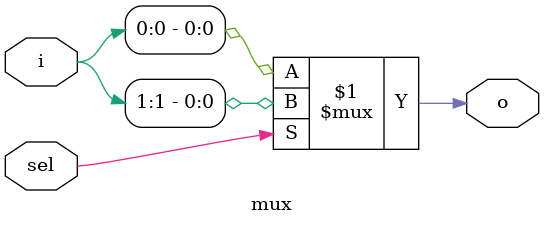
<source format=v>
`timescale 1ns / 1ps


module mux(
   input [1:0] i,
   input sel,
   output o
   );
   assign o = (sel) ? i[1] : i[0];
    
endmodule

</source>
